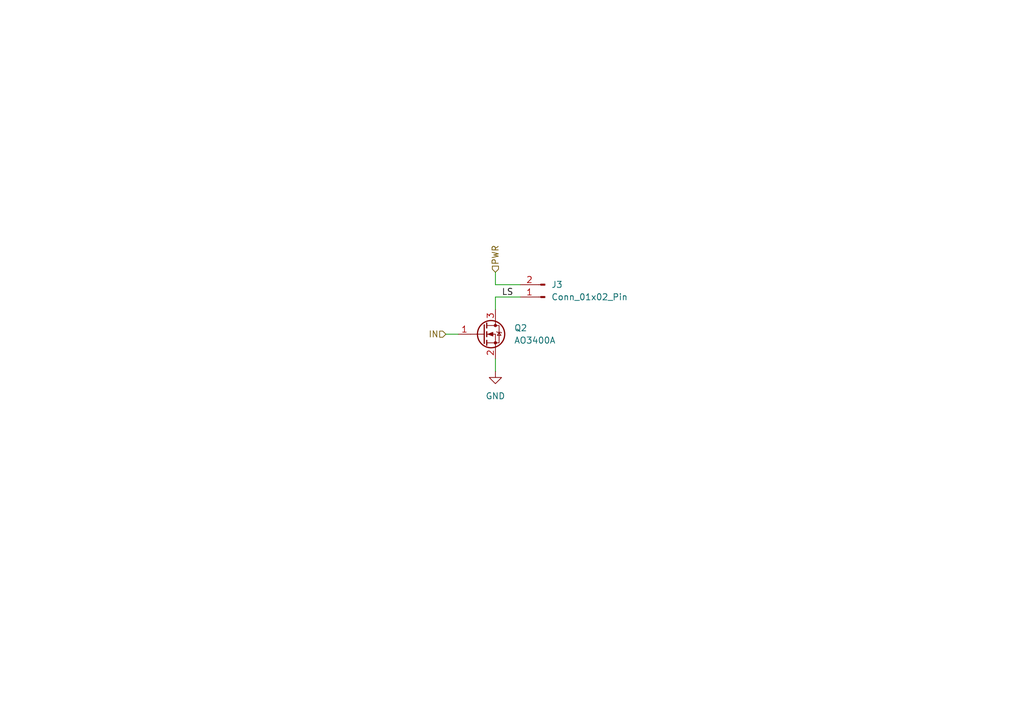
<source format=kicad_sch>
(kicad_sch (version 20231120) (generator "eeschema") (generator_version "8.0")
  (paper "A5")
  (lib_symbols
    (symbol "Connector:Conn_01x02_Pin" (pin_names (offset 1.016) hide)
      (property "Reference" "J" (at 0 2.54 0))
      (property "Value" "Conn_01x02_Pin" (at 0 -5.08 0))
      (symbol "Conn_01x02_Pin_1_1"
        (polyline (pts (xy 1.27 -2.54) (xy 0.8636 -2.54)) (stroke (width 0.1524)))
        (polyline (pts (xy 1.27 0) (xy 0.8636 0)) (stroke (width 0.1524)))
        (rectangle (start 0.8636 -2.413) (end 0 -2.667) (stroke (width 0.1524)) (fill (type outline)))
        (rectangle (start 0.8636 0.127) (end 0 -0.127) (stroke (width 0.1524)) (fill (type outline)))
        (pin passive line (at 5.08 0 180) (length 3.81) (name "Pin_1") (number "1"))
        (pin passive line (at 5.08 -2.54 180) (length 3.81) (name "Pin_2") (number "2"))
      )
    )
    (symbol "Transistor_FET:AO3400A" (pin_names hide)
      (property "Reference" "Q" (at 5.08 1.905 0))
      (property "Value" "AO3400A" (at 5.08 0 0))
      (symbol "AO3400A_0_1"
        (polyline (pts (xy 0.254 0) (xy -2.54 0)))
        (polyline (pts (xy 0.254 1.905) (xy 0.254 -1.905)) (stroke (width 0.254)))
        (polyline (pts (xy 0.762 -1.27) (xy 0.762 -2.286)) (stroke (width 0.254)))
        (polyline (pts (xy 0.762 0.508) (xy 0.762 -0.508)) (stroke (width 0.254)))
        (polyline (pts (xy 0.762 2.286) (xy 0.762 1.27)) (stroke (width 0.254)))
        (polyline (pts (xy 2.54 2.54) (xy 2.54 1.778)))
        (polyline (pts (xy 2.54 -2.54) (xy 2.54 0) (xy 0.762 0)))
        (polyline (pts (xy 0.762 -1.778) (xy 3.302 -1.778) (xy 3.302 1.778) (xy 0.762 1.778)))
        (polyline (pts (xy 1.016 0) (xy 2.032 0.381) (xy 2.032 -0.381) (xy 1.016 0)) (fill (type outline)))
        (polyline (pts (xy 2.794 0.508) (xy 2.921 0.381) (xy 3.683 0.381) (xy 3.81 0.254)))
        (polyline (pts (xy 3.302 0.381) (xy 2.921 -0.254) (xy 3.683 -0.254) (xy 3.302 0.381)))
        (circle (center 1.651 0) (radius 2.794) (stroke (width 0.254)))
        (circle (center 2.54 -1.778) (radius 0.254) (fill (type outline)))
        (circle (center 2.54 1.778) (radius 0.254) (fill (type outline)))
      )
      (symbol "AO3400A_1_1"
        (pin input line (at -5.08 0 0) (length 2.54) (name "G") (number "1"))
        (pin passive line (at 2.54 -5.08 90) (length 2.54) (name "S") (number "2"))
        (pin passive line (at 2.54 5.08 270) (length 2.54) (name "D") (number "3"))
      )
    )
    (symbol "power:GND" (power) (pin_numbers hide) (pin_names (offset 0) hide)
      (property "Value" "GND" (at 0 -3.81 0))
      (symbol "GND_0_1"
        (polyline (pts (xy 0 0) (xy 0 -1.27) (xy 1.27 -1.27) (xy 0 -2.54) (xy -1.27 -1.27) (xy 0 -1.27)))
      )
      (symbol "GND_1_1"
        (pin power_in line (at 0 0 270) (length 0) (name "~") (number "1"))
      )
    )
  )
  (wire (pts (xy 91.44 68.58) (xy 93.98 68.58)))
  (wire (pts (xy 101.6 55.88) (xy 101.6 58.42)))
  (wire (pts (xy 101.6 73.66) (xy 101.6 76.2)))
  (wire (pts (xy 101.6 63.5) (xy 101.6 60.96)))
  (wire (pts (xy 101.6 58.42) (xy 106.68 58.42)))
  (wire (pts (xy 101.6 60.96) (xy 106.68 60.96)))
  (label "LS" (at 102.87 60.96 0))
  (hierarchical_label "IN" (shape input) (at 91.44 68.58 180))
  (hierarchical_label "PWR" (shape input) (at 101.6 55.88 90))
  (symbol (lib_id "Transistor_FET:AO3400A") (at 99.06 68.58 0) (unit 1)
    (property "Reference" "Q6" (at 105.41 67.3099 0) (effects (justify left)))
    (property "Value" "AO3400A" (at 105.41 69.8499 0) (effects (justify left)))
    (property "Footprint" "Package_TO_SOT_SMD:SOT-23" (effects (hide yes)))
    (property "Datasheet" "http://www.aosmd.com/pdfs/datasheet/AO3400A.pdf" (effects (hide yes)))
    (property "Description" "30V Vds, 5.7A Id, N-Channel MOSFET, SOT-23" (effects (hide yes)))
    (property "LCSC" "C20917" (effects (hide yes)))
    (instances (project "raven" (path "" (reference "Q2") (unit 1)) (path "" (reference "Q4") (unit 1)) (path "" (reference "Q6") (unit 1)) (path "" (reference "Q1") (unit 1)) (path "" (reference "Q3") (unit 1)) (path "" (reference "Q5") (unit 1))))
  )
  (symbol (lib_id "Connector:Conn_01x02_Pin") (at 111.76 60.96 180) (unit 1)
    (property "Reference" "J2" (at 113.03 58.4199 0) (effects (justify right)))
    (property "Value" "Conn_01x02_Pin" (at 113.03 60.9599 0) (effects (justify right)))
    (property "Footprint" "Connector_PinHeader_2.54mm:PinHeader_1x02_P2.54mm_Vertical" (effects (hide yes)))
    (property "Description" "Generic connector, single row, 01x02, script generated" (effects (hide yes)))
    (property "LCSC" "C236045" (effects (hide yes)))
    (instances (project "raven" (path "" (reference "J3") (unit 1)) (path "" (reference "J5") (unit 1)) (path "" (reference "J13") (unit 1)) (path "" (reference "J2") (unit 1)) (path "" (reference "J4") (unit 1)) (path "" (reference "J6") (unit 1))))
  )
  (symbol (lib_id "power:GND") (at 101.6 76.2 0) (unit 1)
    (property "Reference" "#PWR0208" (effects (hide yes)))
    (property "Value" "GND" (at 101.6 81.28 0))
    (property "Description" "Power symbol creates a global label with name \"GND\" , ground" (effects (hide yes)))
    (instances (project "raven" (path "" (reference "#PWR09") (unit 1)) (path "" (reference "#PWR011") (unit 1)) (path "" (reference "#PWR0208") (unit 1)) (path "" (reference "#PWR08") (unit 1)) (path "" (reference "#PWR010") (unit 1)) (path "" (reference "#PWR012") (unit 1))))
  )
)
</source>
